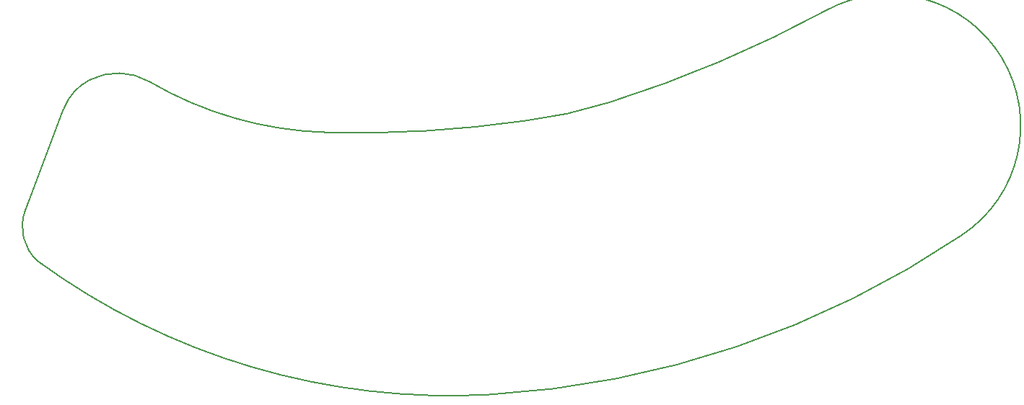
<source format=gbr>
%TF.GenerationSoftware,KiCad,Pcbnew,6.0.4-6f826c9f35~116~ubuntu20.04.1*%
%TF.CreationDate,2022-04-10T21:58:52+02:00*%
%TF.ProjectId,preamp,70726561-6d70-42e6-9b69-6361645f7063,A*%
%TF.SameCoordinates,Original*%
%TF.FileFunction,Profile,NP*%
%FSLAX46Y46*%
G04 Gerber Fmt 4.6, Leading zero omitted, Abs format (unit mm)*
G04 Created by KiCad (PCBNEW 6.0.4-6f826c9f35~116~ubuntu20.04.1) date 2022-04-10 21:58:52*
%MOMM*%
%LPD*%
G01*
G04 APERTURE LIST*
%TA.AperFunction,Profile*%
%ADD10C,0.200000*%
%TD*%
G04 APERTURE END LIST*
D10*
X36437903Y-101849136D02*
X31909303Y-113801982D01*
X67350557Y-104644026D02*
G75*
G03*
X90468494Y-103283523I3604443J135845126D01*
G01*
X46481879Y-98678662D02*
G75*
G03*
X39419376Y-98497237I-3695479J-6302338D01*
G01*
X90468564Y-103283614D02*
G75*
G03*
X100372290Y-101134731I-6126164J52130614D01*
G01*
X39419395Y-98497214D02*
G75*
G03*
X36437826Y-101849129I2897315J-5579226D01*
G01*
X46481917Y-98678682D02*
G75*
G03*
X67350544Y-104644117I22023483J37559182D01*
G01*
X31909219Y-113801995D02*
G75*
G03*
X33371144Y-119763215I5063081J-1918205D01*
G01*
X141769075Y-116725665D02*
G75*
G03*
X125904158Y-90289147I-8497675J12879065D01*
G01*
X100372411Y-101135368D02*
G75*
G03*
X125904517Y-90289666I-43506611J137895568D01*
G01*
X33371019Y-119763167D02*
G75*
G03*
X86485046Y-135436430I48370251J66084727D01*
G01*
X86485011Y-135436162D02*
G75*
G03*
X141769059Y-116725478I-6374501J109863222D01*
G01*
M02*

</source>
